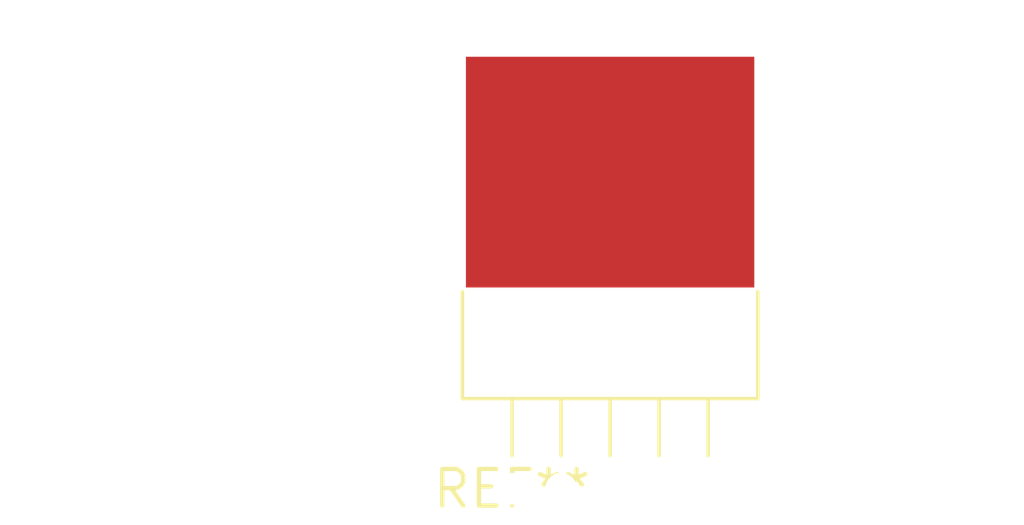
<source format=kicad_pcb>
(kicad_pcb (version 20240108) (generator pcbnew)
  (layers (0 "F.Cu" signal) (31 "B.Cu" signal) (34 "B.Paste" user) (35 "F.Paste" user) (36 "B.SilkS" user "B.Silkscreen") (37 "F.SilkS" user "F.Silkscreen") (38 "B.Mask" user) (39 "F.Mask" user) (44 "Edge.Cuts" user))
  (net 0 "")
  (footprint "TO-262-5-1EP_Horizontal_TabDown" (layer "F.Cu") (at 0 0)
    (property "Reference" "REF**")
    (property "Value" "TO-262-5-1EP_Horizontal_TabDown")
    (fp_line (start -1.721 -6.834) (end -1.721 -3.13) (layer "F.SilkS") (stroke (width 0.12)))
    (fp_line (start -1.721 -3.13) (end 8.52 -3.13) (layer "F.SilkS") (stroke (width 0.12)))
    (fp_line (start 0 -3.13) (end 0 -1.15) (layer "F.SilkS") (stroke (width 0.12)))
    (fp_line (start 1.7 -3.13) (end 1.7 -1.15) (layer "F.SilkS") (stroke (width 0.12)))
    (fp_line (start 3.4 -3.13) (end 3.4 -1.15) (layer "F.SilkS") (stroke (width 0.12)))
    (fp_line (start 5.1 -3.13) (end 5.1 -1.15) (layer "F.SilkS") (stroke (width 0.12)))
    (fp_line (start 6.8 -3.13) (end 6.8 -1.15) (layer "F.SilkS") (stroke (width 0.12)))
    (fp_line (start 8.52 -6.834) (end 8.52 -3.13) (layer "F.SilkS") (stroke (width 0.12)))
    (pad "1" thru_hole rect (at 0 0) (size 1.275 2) (drill 1.1) (layers *.Cu *.Mask) (remove_unused_layers))
    (pad "2" thru_hole oval (at 1.7 0) (size 1.275 2) (drill 1.1) (layers *.Cu *.Mask) (remove_unused_layers))
    (pad "3" thru_hole oval (at 3.4 0) (size 1.275 2) (drill 1.1) (layers *.Cu *.Mask) (remove_unused_layers))
    (pad "4" thru_hole oval (at 5.1 0) (size 1.275 2) (drill 1.1) (layers *.Cu *.Mask) (remove_unused_layers))
    (pad "5" thru_hole oval (at 6.8 0) (size 1.275 2) (drill 1.1) (layers *.Cu *.Mask) (remove_unused_layers))
    (pad "6" smd rect (at 3.4 -10.983333) (size 10 8) (layers "F.Cu" "F.Paste" "F.Mask"))
  )
)
</source>
